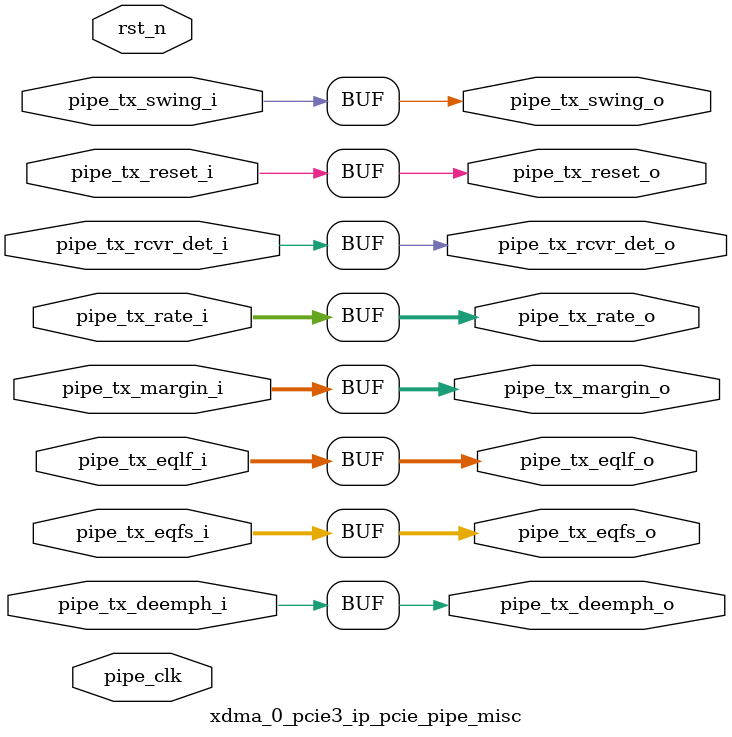
<source format=v>

`timescale 1ps/1ps

module xdma_0_pcie3_ip_pcie_pipe_misc #
(
  parameter        TCQ = 100,
  parameter        PIPE_PIPELINE_STAGES = 0    // 0 - 0 stages, 1 - 1 stage, 2 - 2 stages
) (

  input   wire        pipe_tx_rcvr_det_i      ,     // PIPE Tx Receiver Detect
  input   wire        pipe_tx_reset_i         ,     // PIPE Tx Reset
  input   wire [1:0]  pipe_tx_rate_i          ,     // PIPE Tx Rate
  input   wire        pipe_tx_deemph_i        ,     // PIPE Tx Deemphasis
  input   wire [2:0]  pipe_tx_margin_i        ,     // PIPE Tx Margin
  input   wire        pipe_tx_swing_i         ,     // PIPE Tx Swing
  input   wire [5:0]  pipe_tx_eqfs_i          ,     // PIPE Tx
  input   wire [5:0]  pipe_tx_eqlf_i          ,     // PIPE Tx
  output  wire        pipe_tx_rcvr_det_o      ,     // Pipelined PIPE Tx Receiver Detect
  output  wire        pipe_tx_reset_o         ,     // Pipelined PIPE Tx Reset
  output  wire [1:0]  pipe_tx_rate_o          ,     // Pipelined PIPE Tx Rate
  output  wire        pipe_tx_deemph_o        ,     // Pipelined PIPE Tx Deemphasis
  output  wire [2:0]  pipe_tx_margin_o        ,     // Pipelined PIPE Tx Margin
  output  wire        pipe_tx_swing_o         ,     // Pipelined PIPE Tx Swing
  output wire [5:0]  pipe_tx_eqfs_o           ,     // PIPE Tx
  output wire [5:0]  pipe_tx_eqlf_o           ,     // PIPE Tx

  input   wire        pipe_clk                ,     // PIPE Clock
  input   wire        rst_n                         // Reset
);

  //******************************************************************//
  // Reality check.                                                   //
  //******************************************************************//

  reg                pipe_tx_rcvr_det_q       ;
  reg                pipe_tx_reset_q          ;
  reg [1:0]          pipe_tx_rate_q           ;
  reg                pipe_tx_deemph_q         ;
  reg [2:0]          pipe_tx_margin_q         ;
  reg                pipe_tx_swing_q          ;
  reg                pipe_tx_eqfs_q          ;
  reg                pipe_tx_eqlf_q          ;

  reg                pipe_tx_rcvr_det_qq      ;
  reg                pipe_tx_reset_qq         ;
  reg [1:0]          pipe_tx_rate_qq          ;
  reg                pipe_tx_deemph_qq        ;
  reg [2:0]          pipe_tx_margin_qq        ;
  reg                pipe_tx_swing_qq         ;
  reg                pipe_tx_eqfs_qq          ;
  reg                pipe_tx_eqlf_qq          ;


  generate

  if (PIPE_PIPELINE_STAGES == 0) begin : pipe_stages_0

      assign pipe_tx_rcvr_det_o = pipe_tx_rcvr_det_i;
      assign pipe_tx_reset_o    = pipe_tx_reset_i;
      assign pipe_tx_rate_o     = pipe_tx_rate_i;
      assign pipe_tx_deemph_o   = pipe_tx_deemph_i;
      assign pipe_tx_margin_o   = pipe_tx_margin_i;
      assign pipe_tx_swing_o    = pipe_tx_swing_i;
      assign pipe_tx_eqfs_o     = pipe_tx_eqfs_i;
      assign pipe_tx_eqlf_o     = pipe_tx_eqlf_i;

  end // if (PIPE_PIPELINE_STAGES == 0)
  else if (PIPE_PIPELINE_STAGES == 1) begin : pipe_stages_1

    always @(posedge pipe_clk) begin

      if (!rst_n)
      begin

        pipe_tx_rcvr_det_q <= #TCQ 1'b0;
        pipe_tx_reset_q    <= #TCQ 1'b1;
        pipe_tx_rate_q     <= #TCQ 2'b0;
        pipe_tx_deemph_q   <= #TCQ 1'b1;
        pipe_tx_margin_q   <= #TCQ 3'b0;
        pipe_tx_swing_q    <= #TCQ 1'b0;
        pipe_tx_eqfs_q     <= #TCQ 5'b0;
        pipe_tx_eqlf_q     <= #TCQ 5'b0;

      end
      else
      begin

        pipe_tx_rcvr_det_q <= #TCQ pipe_tx_rcvr_det_i;
        pipe_tx_reset_q    <= #TCQ pipe_tx_reset_i;
        pipe_tx_rate_q     <= #TCQ pipe_tx_rate_i;
        pipe_tx_deemph_q   <= #TCQ pipe_tx_deemph_i;
        pipe_tx_margin_q   <= #TCQ pipe_tx_margin_i;
        pipe_tx_swing_q    <= #TCQ pipe_tx_swing_i;
        pipe_tx_eqfs_q     <= #TCQ pipe_tx_eqfs_i;
        pipe_tx_eqlf_q     <= #TCQ pipe_tx_eqlf_i;

      end

    end

    assign pipe_tx_rcvr_det_o = pipe_tx_rcvr_det_q;
    assign pipe_tx_reset_o    = pipe_tx_reset_q;
    assign pipe_tx_rate_o     = pipe_tx_rate_q;
    assign pipe_tx_deemph_o   = pipe_tx_deemph_q;
    assign pipe_tx_margin_o   = pipe_tx_margin_q;
    assign pipe_tx_swing_o    = pipe_tx_swing_q;
    assign pipe_tx_eqfs_o     = pipe_tx_eqfs_q;
    assign pipe_tx_eqlf_o     = pipe_tx_eqlf_q;

  end // if (PIPE_PIPELINE_STAGES == 1)
  else if (PIPE_PIPELINE_STAGES == 2) begin : pipe_stages_2

    always @(posedge pipe_clk) begin

      if (!rst_n)
      begin

        pipe_tx_rcvr_det_q  <= #TCQ 1'b0;
        pipe_tx_reset_q     <= #TCQ 1'b1;
        pipe_tx_rate_q      <= #TCQ 2'b0;
        pipe_tx_deemph_q    <= #TCQ 1'b1;
        pipe_tx_margin_q    <= #TCQ 1'b0;
        pipe_tx_swing_q     <= #TCQ 1'b0;
        pipe_tx_eqfs_q      <= #TCQ 5'b0;
        pipe_tx_eqlf_q      <= #TCQ 5'b0;

        pipe_tx_rcvr_det_qq <= #TCQ 1'b0;
        pipe_tx_reset_qq    <= #TCQ 1'b1;
        pipe_tx_rate_qq     <= #TCQ 2'b0;
        pipe_tx_deemph_qq   <= #TCQ 1'b1;
        pipe_tx_margin_qq   <= #TCQ 1'b0;
        pipe_tx_swing_qq    <= #TCQ 1'b0;
        pipe_tx_eqfs_qq     <= #TCQ 5'b0;
        pipe_tx_eqlf_qq     <= #TCQ 5'b0;

      end
      else
      begin

        pipe_tx_rcvr_det_q  <= #TCQ pipe_tx_rcvr_det_i;
        pipe_tx_reset_q     <= #TCQ pipe_tx_reset_i;
        pipe_tx_rate_q      <= #TCQ pipe_tx_rate_i;
        pipe_tx_deemph_q    <= #TCQ pipe_tx_deemph_i;
        pipe_tx_margin_q    <= #TCQ pipe_tx_margin_i;
        pipe_tx_swing_q     <= #TCQ pipe_tx_swing_i;
        pipe_tx_eqfs_q      <= #TCQ pipe_tx_eqfs_i;
        pipe_tx_eqlf_q      <= #TCQ pipe_tx_eqlf_i;

        pipe_tx_rcvr_det_qq <= #TCQ pipe_tx_rcvr_det_q;
        pipe_tx_reset_qq    <= #TCQ pipe_tx_reset_q;
        pipe_tx_rate_qq     <= #TCQ pipe_tx_rate_q;
        pipe_tx_deemph_qq   <= #TCQ pipe_tx_deemph_q;
        pipe_tx_margin_qq   <= #TCQ pipe_tx_margin_q;
        pipe_tx_swing_qq    <= #TCQ pipe_tx_swing_q;
        pipe_tx_eqfs_qq     <= #TCQ pipe_tx_eqfs_q;
        pipe_tx_eqlf_qq     <= #TCQ pipe_tx_eqlf_q;

      end

    end

    assign pipe_tx_rcvr_det_o = pipe_tx_rcvr_det_qq;
    assign pipe_tx_reset_o    = pipe_tx_reset_qq;
    assign pipe_tx_rate_o     = pipe_tx_rate_qq;
    assign pipe_tx_deemph_o   = pipe_tx_deemph_qq;
    assign pipe_tx_margin_o   = pipe_tx_margin_qq;
    assign pipe_tx_swing_o    = pipe_tx_swing_qq;
    assign pipe_tx_eqfs_o     = pipe_tx_eqfs_qq;
    assign pipe_tx_eqlf_o     = pipe_tx_eqlf_qq;

  end // if (PIPE_PIPELINE_STAGES == 2)

  // Default to zero pipeline stages if PIPE_PIPELINE_STAGES != 0,1,2
  else begin
    assign pipe_tx_rcvr_det_o = pipe_tx_rcvr_det_i;
    assign pipe_tx_reset_o    = pipe_tx_reset_i;
    assign pipe_tx_rate_o     = pipe_tx_rate_i;
    assign pipe_tx_deemph_o   = pipe_tx_deemph_i;
    assign pipe_tx_margin_o   = pipe_tx_margin_i;
    assign pipe_tx_swing_o    = pipe_tx_swing_i;
    assign pipe_tx_eqfs_o     = pipe_tx_eqfs_i;
    assign pipe_tx_eqlf_o     = pipe_tx_eqlf_i;
  end
  endgenerate

endmodule


</source>
